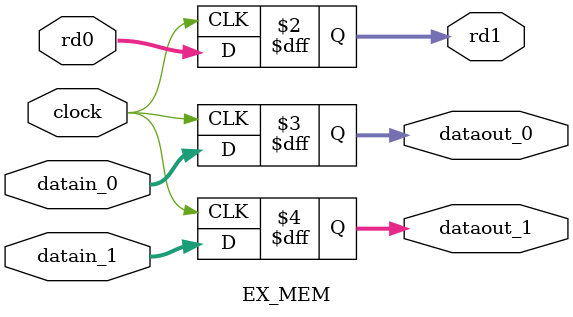
<source format=v>
module EX_MEM(
	input wire [4:0] rd0,
	input wire [31:0] datain_0,
	input wire [31:0] datain_1,
	input wire clock,
	
	output reg [4:0] rd1,
	output reg [31:0] dataout_0,
	output reg [31:0] dataout_1);	
	
	always @(posedge clock) begin
		dataout_0 = datain_0;
		dataout_1 = datain_1;
		rd1 = rd0;
	end
endmodule
</source>
